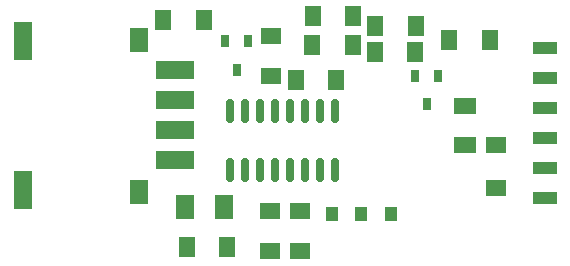
<source format=gbr>
%TF.GenerationSoftware,KiCad,Pcbnew,9.0.0*%
%TF.CreationDate,2025-04-18T15:14:14+05:30*%
%TF.ProjectId,FTDI-UPDI-CH340-Type-c-auto,46544449-2d55-4504-9449-2d4348333430,rev?*%
%TF.SameCoordinates,Original*%
%TF.FileFunction,Paste,Top*%
%TF.FilePolarity,Positive*%
%FSLAX46Y46*%
G04 Gerber Fmt 4.6, Leading zero omitted, Abs format (unit mm)*
G04 Created by KiCad (PCBNEW 9.0.0) date 2025-04-18 15:14:14*
%MOMM*%
%LPD*%
G01*
G04 APERTURE LIST*
G04 Aperture macros list*
%AMRoundRect*
0 Rectangle with rounded corners*
0 $1 Rounding radius*
0 $2 $3 $4 $5 $6 $7 $8 $9 X,Y pos of 4 corners*
0 Add a 4 corners polygon primitive as box body*
4,1,4,$2,$3,$4,$5,$6,$7,$8,$9,$2,$3,0*
0 Add four circle primitives for the rounded corners*
1,1,$1+$1,$2,$3*
1,1,$1+$1,$4,$5*
1,1,$1+$1,$6,$7*
1,1,$1+$1,$8,$9*
0 Add four rect primitives between the rounded corners*
20,1,$1+$1,$2,$3,$4,$5,0*
20,1,$1+$1,$4,$5,$6,$7,0*
20,1,$1+$1,$6,$7,$8,$9,0*
20,1,$1+$1,$8,$9,$2,$3,0*%
G04 Aperture macros list end*
%ADD10R,2.000000X1.000000*%
%ADD11R,1.700000X1.400000*%
%ADD12R,1.400000X1.700000*%
%ADD13R,1.900000X1.400000*%
%ADD14R,3.200000X1.600000*%
%ADD15R,1.600000X2.000000*%
%ADD16R,1.600000X3.200000*%
%ADD17R,0.700000X1.000000*%
%ADD18R,1.500000X2.000000*%
%ADD19R,1.000000X1.200000*%
%ADD20RoundRect,0.150000X-0.150000X0.825000X-0.150000X-0.825000X0.150000X-0.825000X0.150000X0.825000X0*%
G04 APERTURE END LIST*
D10*
%TO.C,J2*%
X158115000Y-90170000D03*
X158115000Y-92710000D03*
X158115000Y-95250000D03*
X158115000Y-97790000D03*
X158115000Y-100330000D03*
X158115000Y-102870000D03*
%TD*%
D11*
%TO.C,C1*%
X137449528Y-103997945D03*
X137449528Y-107397945D03*
%TD*%
D12*
%TO.C,C2*%
X137036467Y-92899194D03*
X140436467Y-92899194D03*
%TD*%
%TO.C,R3*%
X131258966Y-107019280D03*
X127858966Y-107019280D03*
%TD*%
%TO.C,R1*%
X138464115Y-89889293D03*
X141864115Y-89889293D03*
%TD*%
D13*
%TO.C,D5*%
X151423526Y-95097538D03*
X151423526Y-98397538D03*
%TD*%
D14*
%TO.C,J1*%
X126795091Y-99685605D03*
X126795091Y-97145605D03*
X126795091Y-94605605D03*
X126795091Y-92065605D03*
D15*
X123782214Y-102342302D03*
D16*
X113964851Y-102239403D03*
X113961026Y-89549639D03*
D15*
X123772591Y-89538799D03*
%TD*%
D17*
%TO.C,U2*%
X132997631Y-89610605D03*
X131097631Y-89610605D03*
X132047631Y-92010605D03*
%TD*%
D12*
%TO.C,D1*%
X147179148Y-90516950D03*
X143779148Y-90516950D03*
%TD*%
D18*
%TO.C,D3*%
X130984641Y-103632261D03*
X127684641Y-103632261D03*
%TD*%
D12*
%TO.C,R5*%
X153465000Y-89535000D03*
X150065000Y-89535000D03*
%TD*%
%TO.C,R2*%
X138508163Y-87466645D03*
X141908163Y-87466645D03*
%TD*%
D19*
%TO.C,SW1*%
X140097802Y-104254511D03*
X142597802Y-104254511D03*
X145097802Y-104254511D03*
%TD*%
D12*
%TO.C,C4*%
X129245034Y-87774927D03*
X125845034Y-87774927D03*
%TD*%
D11*
%TO.C,D4*%
X134844304Y-107397945D03*
X134844304Y-103997945D03*
%TD*%
%TO.C,R4*%
X153975722Y-98427494D03*
X153975722Y-102027494D03*
%TD*%
D20*
%TO.C,U1*%
X140335000Y-95545001D03*
X139065000Y-95545001D03*
X137795000Y-95545001D03*
X136525000Y-95545001D03*
X135255000Y-95545001D03*
X133985000Y-95545001D03*
X132715000Y-95545001D03*
X131445000Y-95545001D03*
X131445000Y-100495001D03*
X132715000Y-100495001D03*
X133985000Y-100495001D03*
X135255000Y-100495001D03*
X136525000Y-100495001D03*
X137795000Y-100495001D03*
X139065000Y-100495001D03*
X140335000Y-100495001D03*
%TD*%
D11*
%TO.C,C3*%
X134996347Y-89172870D03*
X134996347Y-92572870D03*
%TD*%
D12*
%TO.C,D2*%
X147193611Y-88285287D03*
X143793611Y-88285287D03*
%TD*%
D17*
%TO.C,Q1*%
X149072144Y-92526400D03*
X147172144Y-92526400D03*
X148122144Y-94926400D03*
%TD*%
M02*

</source>
